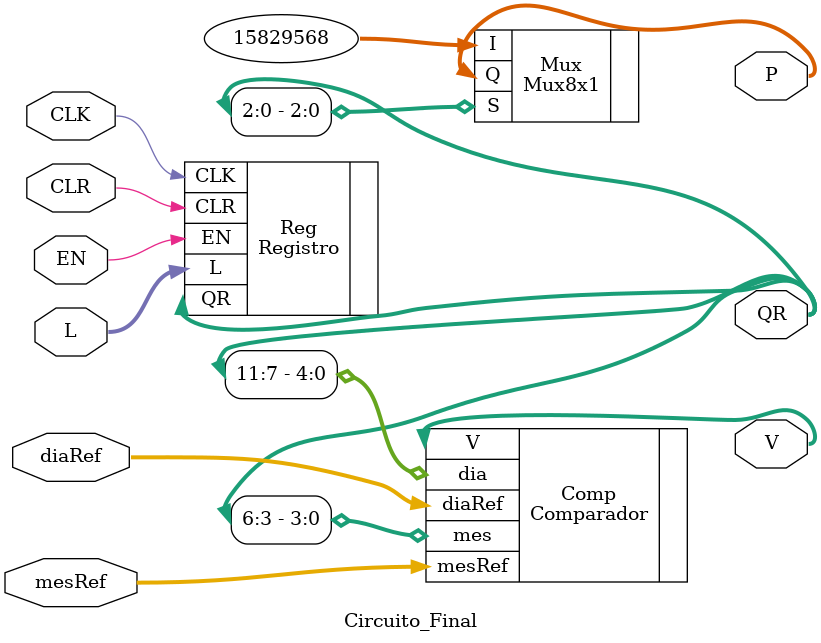
<source format=v>
/* *************************************************************************
								Proyecto de Verilog
							Universidad de Costa Rica
						Escuela de Ingenieria Electrica
						IE-0323: Circuitos Digitales I 
							
									Circuito_Final.v
								
Autores: Jafet David Gutierrez Guevara <jafet.gutierrez@ucr.ac.cr>
        Carné: B73558
		 Pablo Daniel Brenes Segura <pablo.brenessegura@ucr.ac.cr>
        Carné: B51243
Fecha: 25/02/2021

Descripcion:
            Contiene instancias de modulos de otros archivos como un modulo para un Mux8x1, 
            un modulo para un registro con Flip-Flops tipo D transparente y para un     
            comparador de fechas. De modo que en este archivo se le da una entrada al registro 
            y se toman los primero 9 bits de salida del Registro como entrada del comparador y 
            lo ultimos 3 bits como entradas de seleccion del Mux8x1. Luego se le defininen
            valores a las entradas del Mux por medio de parametros. 
            Se tiene una salida P diciendo el precio del producto, y una salida V diciendo 
            Si esta vencido o no. 
	
***************************************************************************/
/**
* Se tienen que incluir los archivos del Mux8x1, del 
* Registro y del comparador ya que en este archivo se van
* a instanciar los modulos usados. 
**/ 
`include "Mux8x1.v"
`include "Comparador.v"
`include "Registro.v"

/** 
* En este modulo se definen los parametros para las litas de precio 
* segun lo establecido en el enunciado. y con estos valores se instancian 
* los modulos para el registro, el comparador y el mux8x1 para completar el lector de codigos. 
**/ 
module Circuito_Final (
/**
* Se definen las mismas entradas que se definieron en los archivos para el Mux8.1.v, el Registro.v
* y para el Comparador.v ya que se van a usar estas mismas para instanciar los modulos. 
**/ 
    input wire [11:0] L,
    input wire CLK, 
    input wire  CLR,
    input wire EN,
    input wire [4:0] diaRef,
    input wire [3:0] mesRef,
    output wire [3:0] P,
    output wire [1:0] V,
    output wire [11:0] QR
    
);
/**
* Se definen los parametros de 4 bits para cada producto segun la tabla de precios para la entrada del MUX8x1.  
**/ 
    parameter [3:0] f0 = 4'b0000;
    parameter [3:0] f1 = 4'b0000;
    parameter [3:0] f2 = 4'b1111;
    parameter [3:0] f3 = 4'b0001;
    parameter [3:0] f4 = 4'b1000;
    parameter [3:0] f5 = 4'b1010;
    parameter [3:0] f6 = 4'b0100;
    parameter [3:0] f7 = 4'b0000;
    
// Se define un parametro e que contiene los 8 parametros de 4 bits definidos para las entradas del MUX8x1.
    parameter [31:0] e = {f0, f1, f2, f3, f4, f5, f6, f7};

    /** 
    * Se instancia el modulo Registro del archivo Registro.v y se le asignan valores. 
    **/ 
    Registro Reg( .L(L), .CLK(CLK), .CLR(CLR), .EN(EN), .QR(QR) );
    /** 
    * Se instancia el modulo Comparador del archivo Comparador.v y se le asignan valores. 
    * Se puede observar que se le asignan los primero 5 bits de la salida del Registro al dia, 
    * los siguientes 4 bits al mes. 
    **/ 
    Comparador Comp( .dia(QR[11:7]), .mes(QR[6:3]), .diaRef(diaRef), .mesRef(mesRef), .V(V) );
    /** 
    * Se instancia el modulo Mux8x1 del archivo Mux8x1.v y se le asignan valores. Se puede observare 
    * que se le asignan los ultimos 3 bits de la salida del registro a las entradas de seleccion S 
    * del Mux8x1. 
    **/ 
    Mux8x1 Mux( .I(e), .S(QR[2:0]), .Q(P) );
endmodule

</source>
